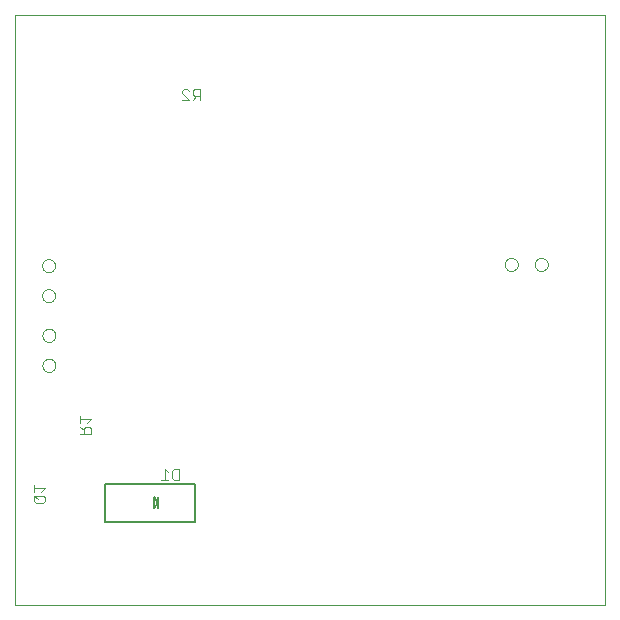
<source format=gbo>
G75*
%MOIN*%
%OFA0B0*%
%FSLAX24Y24*%
%IPPOS*%
%LPD*%
%AMOC8*
5,1,8,0,0,1.08239X$1,22.5*
%
%ADD10C,0.0000*%
%ADD11C,0.0040*%
%ADD12C,0.0050*%
D10*
X000285Y000180D02*
X000285Y019865D01*
X019970Y019865D01*
X019970Y000180D01*
X000285Y000180D01*
X001202Y008174D02*
X001204Y008203D01*
X001210Y008231D01*
X001219Y008259D01*
X001232Y008285D01*
X001249Y008308D01*
X001268Y008330D01*
X001290Y008349D01*
X001315Y008364D01*
X001341Y008377D01*
X001369Y008385D01*
X001397Y008390D01*
X001426Y008391D01*
X001455Y008388D01*
X001483Y008381D01*
X001510Y008371D01*
X001536Y008357D01*
X001559Y008340D01*
X001580Y008320D01*
X001598Y008297D01*
X001613Y008272D01*
X001624Y008245D01*
X001632Y008217D01*
X001636Y008188D01*
X001636Y008160D01*
X001632Y008131D01*
X001624Y008103D01*
X001613Y008076D01*
X001598Y008051D01*
X001580Y008028D01*
X001559Y008008D01*
X001536Y007991D01*
X001510Y007977D01*
X001483Y007967D01*
X001455Y007960D01*
X001426Y007957D01*
X001397Y007958D01*
X001369Y007963D01*
X001341Y007971D01*
X001315Y007984D01*
X001290Y007999D01*
X001268Y008018D01*
X001249Y008040D01*
X001232Y008063D01*
X001219Y008089D01*
X001210Y008117D01*
X001204Y008145D01*
X001202Y008174D01*
X001202Y009174D02*
X001204Y009203D01*
X001210Y009231D01*
X001219Y009259D01*
X001232Y009285D01*
X001249Y009308D01*
X001268Y009330D01*
X001290Y009349D01*
X001315Y009364D01*
X001341Y009377D01*
X001369Y009385D01*
X001397Y009390D01*
X001426Y009391D01*
X001455Y009388D01*
X001483Y009381D01*
X001510Y009371D01*
X001536Y009357D01*
X001559Y009340D01*
X001580Y009320D01*
X001598Y009297D01*
X001613Y009272D01*
X001624Y009245D01*
X001632Y009217D01*
X001636Y009188D01*
X001636Y009160D01*
X001632Y009131D01*
X001624Y009103D01*
X001613Y009076D01*
X001598Y009051D01*
X001580Y009028D01*
X001559Y009008D01*
X001536Y008991D01*
X001510Y008977D01*
X001483Y008967D01*
X001455Y008960D01*
X001426Y008957D01*
X001397Y008958D01*
X001369Y008963D01*
X001341Y008971D01*
X001315Y008984D01*
X001290Y008999D01*
X001268Y009018D01*
X001249Y009040D01*
X001232Y009063D01*
X001219Y009089D01*
X001210Y009117D01*
X001204Y009145D01*
X001202Y009174D01*
X001194Y010500D02*
X001196Y010529D01*
X001202Y010557D01*
X001211Y010585D01*
X001224Y010611D01*
X001241Y010634D01*
X001260Y010656D01*
X001282Y010675D01*
X001307Y010690D01*
X001333Y010703D01*
X001361Y010711D01*
X001389Y010716D01*
X001418Y010717D01*
X001447Y010714D01*
X001475Y010707D01*
X001502Y010697D01*
X001528Y010683D01*
X001551Y010666D01*
X001572Y010646D01*
X001590Y010623D01*
X001605Y010598D01*
X001616Y010571D01*
X001624Y010543D01*
X001628Y010514D01*
X001628Y010486D01*
X001624Y010457D01*
X001616Y010429D01*
X001605Y010402D01*
X001590Y010377D01*
X001572Y010354D01*
X001551Y010334D01*
X001528Y010317D01*
X001502Y010303D01*
X001475Y010293D01*
X001447Y010286D01*
X001418Y010283D01*
X001389Y010284D01*
X001361Y010289D01*
X001333Y010297D01*
X001307Y010310D01*
X001282Y010325D01*
X001260Y010344D01*
X001241Y010366D01*
X001224Y010389D01*
X001211Y010415D01*
X001202Y010443D01*
X001196Y010471D01*
X001194Y010500D01*
X001194Y011500D02*
X001196Y011529D01*
X001202Y011557D01*
X001211Y011585D01*
X001224Y011611D01*
X001241Y011634D01*
X001260Y011656D01*
X001282Y011675D01*
X001307Y011690D01*
X001333Y011703D01*
X001361Y011711D01*
X001389Y011716D01*
X001418Y011717D01*
X001447Y011714D01*
X001475Y011707D01*
X001502Y011697D01*
X001528Y011683D01*
X001551Y011666D01*
X001572Y011646D01*
X001590Y011623D01*
X001605Y011598D01*
X001616Y011571D01*
X001624Y011543D01*
X001628Y011514D01*
X001628Y011486D01*
X001624Y011457D01*
X001616Y011429D01*
X001605Y011402D01*
X001590Y011377D01*
X001572Y011354D01*
X001551Y011334D01*
X001528Y011317D01*
X001502Y011303D01*
X001475Y011293D01*
X001447Y011286D01*
X001418Y011283D01*
X001389Y011284D01*
X001361Y011289D01*
X001333Y011297D01*
X001307Y011310D01*
X001282Y011325D01*
X001260Y011344D01*
X001241Y011366D01*
X001224Y011389D01*
X001211Y011415D01*
X001202Y011443D01*
X001196Y011471D01*
X001194Y011500D01*
X016615Y011539D02*
X016617Y011568D01*
X016623Y011596D01*
X016632Y011624D01*
X016645Y011650D01*
X016662Y011673D01*
X016681Y011695D01*
X016703Y011714D01*
X016728Y011729D01*
X016754Y011742D01*
X016782Y011750D01*
X016810Y011755D01*
X016839Y011756D01*
X016868Y011753D01*
X016896Y011746D01*
X016923Y011736D01*
X016949Y011722D01*
X016972Y011705D01*
X016993Y011685D01*
X017011Y011662D01*
X017026Y011637D01*
X017037Y011610D01*
X017045Y011582D01*
X017049Y011553D01*
X017049Y011525D01*
X017045Y011496D01*
X017037Y011468D01*
X017026Y011441D01*
X017011Y011416D01*
X016993Y011393D01*
X016972Y011373D01*
X016949Y011356D01*
X016923Y011342D01*
X016896Y011332D01*
X016868Y011325D01*
X016839Y011322D01*
X016810Y011323D01*
X016782Y011328D01*
X016754Y011336D01*
X016728Y011349D01*
X016703Y011364D01*
X016681Y011383D01*
X016662Y011405D01*
X016645Y011428D01*
X016632Y011454D01*
X016623Y011482D01*
X016617Y011510D01*
X016615Y011539D01*
X017615Y011539D02*
X017617Y011568D01*
X017623Y011596D01*
X017632Y011624D01*
X017645Y011650D01*
X017662Y011673D01*
X017681Y011695D01*
X017703Y011714D01*
X017728Y011729D01*
X017754Y011742D01*
X017782Y011750D01*
X017810Y011755D01*
X017839Y011756D01*
X017868Y011753D01*
X017896Y011746D01*
X017923Y011736D01*
X017949Y011722D01*
X017972Y011705D01*
X017993Y011685D01*
X018011Y011662D01*
X018026Y011637D01*
X018037Y011610D01*
X018045Y011582D01*
X018049Y011553D01*
X018049Y011525D01*
X018045Y011496D01*
X018037Y011468D01*
X018026Y011441D01*
X018011Y011416D01*
X017993Y011393D01*
X017972Y011373D01*
X017949Y011356D01*
X017923Y011342D01*
X017896Y011332D01*
X017868Y011325D01*
X017839Y011322D01*
X017810Y011323D01*
X017782Y011328D01*
X017754Y011336D01*
X017728Y011349D01*
X017703Y011364D01*
X017681Y011383D01*
X017662Y011405D01*
X017645Y011428D01*
X017632Y011454D01*
X017623Y011482D01*
X017617Y011510D01*
X017615Y011539D01*
D11*
X006451Y017030D02*
X006451Y017384D01*
X006274Y017384D01*
X006215Y017325D01*
X006215Y017207D01*
X006274Y017148D01*
X006451Y017148D01*
X006333Y017148D02*
X006215Y017030D01*
X006088Y017030D02*
X005852Y017266D01*
X005852Y017325D01*
X005911Y017384D01*
X006029Y017384D01*
X006088Y017325D01*
X006088Y017030D02*
X005852Y017030D01*
X002472Y006494D02*
X002472Y006258D01*
X002472Y006376D02*
X002826Y006376D01*
X002708Y006258D01*
X002649Y006131D02*
X002590Y006072D01*
X002590Y005895D01*
X002472Y005895D02*
X002826Y005895D01*
X002826Y006072D01*
X002767Y006131D01*
X002649Y006131D01*
X002590Y006013D02*
X002472Y006131D01*
X001284Y004078D02*
X000930Y004078D01*
X000930Y003960D02*
X000930Y004196D01*
X001166Y003960D02*
X001284Y004078D01*
X001225Y003833D02*
X000989Y003833D01*
X000930Y003774D01*
X000930Y003656D01*
X000989Y003597D01*
X001225Y003597D01*
X001284Y003656D01*
X001284Y003774D01*
X001225Y003833D01*
X001048Y003715D02*
X000930Y003833D01*
X005171Y004369D02*
X005407Y004369D01*
X005289Y004369D02*
X005289Y004723D01*
X005407Y004605D01*
X005534Y004664D02*
X005593Y004723D01*
X005770Y004723D01*
X005770Y004369D01*
X005593Y004369D01*
X005534Y004428D01*
X005534Y004664D01*
D12*
X006282Y004229D02*
X003288Y004229D01*
X003288Y004148D01*
X003288Y002969D01*
X006282Y002969D01*
X006282Y003148D01*
X006282Y004229D01*
X006282Y003148D02*
X006282Y003050D01*
X005065Y003424D02*
X005065Y003774D01*
X004915Y003774D02*
X004915Y003424D01*
X005065Y003599D01*
X004915Y003774D01*
X003288Y004125D02*
X003288Y004148D01*
M02*

</source>
